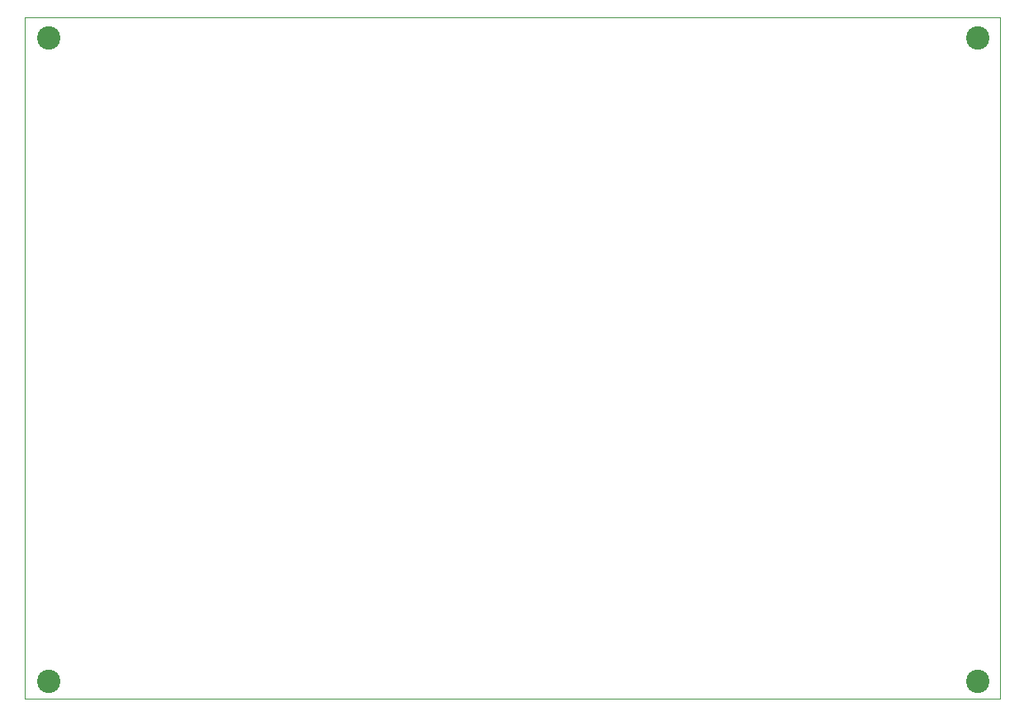
<source format=gbr>
%FSLAX34Y34*%
%MOMM*%
%LNSOLDERMASK_TOP*%
G71*
G01*
%ADD10C, 0.00*%
%ADD11C, 2.40*%
%LPD*%
G54D10*
X-50000Y1050000D02*
X950000Y1050000D01*
X950000Y350000D01*
X-50000Y350000D01*
X-50000Y1050000D01*
X-25400Y1028700D02*
G54D11*
D03*
X-25400Y1028700D02*
G54D11*
D03*
X-25400Y1028700D02*
G54D11*
D03*
X927100Y1028700D02*
G54D11*
D03*
X927100Y368300D02*
G54D11*
D03*
X-25400Y368300D02*
G54D11*
D03*
X-25400Y1028700D02*
G54D11*
D03*
M02*

</source>
